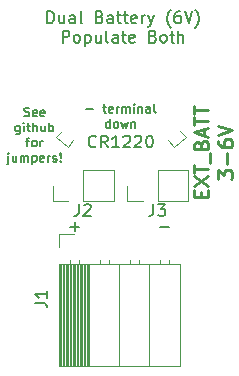
<source format=gbr>
%TF.GenerationSoftware,KiCad,Pcbnew,(5.1.6)-1*%
%TF.CreationDate,2022-09-22T09:58:55-04:00*%
%TF.ProjectId,EXT_BATT_3V-6V,4558545f-4241-4545-945f-33562d36562e,rev?*%
%TF.SameCoordinates,Original*%
%TF.FileFunction,Legend,Top*%
%TF.FilePolarity,Positive*%
%FSLAX46Y46*%
G04 Gerber Fmt 4.6, Leading zero omitted, Abs format (unit mm)*
G04 Created by KiCad (PCBNEW (5.1.6)-1) date 2022-09-22 09:58:55*
%MOMM*%
%LPD*%
G01*
G04 APERTURE LIST*
%ADD10C,0.150000*%
%ADD11C,0.250000*%
%ADD12C,0.100000*%
%ADD13C,0.120000*%
G04 APERTURE END LIST*
D10*
X152342857Y-85191071D02*
X152450000Y-85226785D01*
X152628571Y-85226785D01*
X152700000Y-85191071D01*
X152735714Y-85155357D01*
X152771428Y-85083928D01*
X152771428Y-85012500D01*
X152735714Y-84941071D01*
X152700000Y-84905357D01*
X152628571Y-84869642D01*
X152485714Y-84833928D01*
X152414285Y-84798214D01*
X152378571Y-84762500D01*
X152342857Y-84691071D01*
X152342857Y-84619642D01*
X152378571Y-84548214D01*
X152414285Y-84512500D01*
X152485714Y-84476785D01*
X152664285Y-84476785D01*
X152771428Y-84512500D01*
X153378571Y-85191071D02*
X153307142Y-85226785D01*
X153164285Y-85226785D01*
X153092857Y-85191071D01*
X153057142Y-85119642D01*
X153057142Y-84833928D01*
X153092857Y-84762500D01*
X153164285Y-84726785D01*
X153307142Y-84726785D01*
X153378571Y-84762500D01*
X153414285Y-84833928D01*
X153414285Y-84905357D01*
X153057142Y-84976785D01*
X154021428Y-85191071D02*
X153950000Y-85226785D01*
X153807142Y-85226785D01*
X153735714Y-85191071D01*
X153700000Y-85119642D01*
X153700000Y-84833928D01*
X153735714Y-84762500D01*
X153807142Y-84726785D01*
X153950000Y-84726785D01*
X154021428Y-84762500D01*
X154057142Y-84833928D01*
X154057142Y-84905357D01*
X153700000Y-84976785D01*
X151950000Y-86001785D02*
X151950000Y-86608928D01*
X151914285Y-86680357D01*
X151878571Y-86716071D01*
X151807142Y-86751785D01*
X151700000Y-86751785D01*
X151628571Y-86716071D01*
X151950000Y-86466071D02*
X151878571Y-86501785D01*
X151735714Y-86501785D01*
X151664285Y-86466071D01*
X151628571Y-86430357D01*
X151592857Y-86358928D01*
X151592857Y-86144642D01*
X151628571Y-86073214D01*
X151664285Y-86037500D01*
X151735714Y-86001785D01*
X151878571Y-86001785D01*
X151950000Y-86037500D01*
X152307142Y-86501785D02*
X152307142Y-86001785D01*
X152307142Y-85751785D02*
X152271428Y-85787500D01*
X152307142Y-85823214D01*
X152342857Y-85787500D01*
X152307142Y-85751785D01*
X152307142Y-85823214D01*
X152557142Y-86001785D02*
X152842857Y-86001785D01*
X152664285Y-85751785D02*
X152664285Y-86394642D01*
X152700000Y-86466071D01*
X152771428Y-86501785D01*
X152842857Y-86501785D01*
X153092857Y-86501785D02*
X153092857Y-85751785D01*
X153414285Y-86501785D02*
X153414285Y-86108928D01*
X153378571Y-86037500D01*
X153307142Y-86001785D01*
X153200000Y-86001785D01*
X153128571Y-86037500D01*
X153092857Y-86073214D01*
X154092857Y-86001785D02*
X154092857Y-86501785D01*
X153771428Y-86001785D02*
X153771428Y-86394642D01*
X153807142Y-86466071D01*
X153878571Y-86501785D01*
X153985714Y-86501785D01*
X154057142Y-86466071D01*
X154092857Y-86430357D01*
X154450000Y-86501785D02*
X154450000Y-85751785D01*
X154450000Y-86037500D02*
X154521428Y-86001785D01*
X154664285Y-86001785D01*
X154735714Y-86037500D01*
X154771428Y-86073214D01*
X154807142Y-86144642D01*
X154807142Y-86358928D01*
X154771428Y-86430357D01*
X154735714Y-86466071D01*
X154664285Y-86501785D01*
X154521428Y-86501785D01*
X154450000Y-86466071D01*
X152485714Y-87276785D02*
X152771428Y-87276785D01*
X152592857Y-87776785D02*
X152592857Y-87133928D01*
X152628571Y-87062500D01*
X152700000Y-87026785D01*
X152771428Y-87026785D01*
X153128571Y-87776785D02*
X153057142Y-87741071D01*
X153021428Y-87705357D01*
X152985714Y-87633928D01*
X152985714Y-87419642D01*
X153021428Y-87348214D01*
X153057142Y-87312500D01*
X153128571Y-87276785D01*
X153235714Y-87276785D01*
X153307142Y-87312500D01*
X153342857Y-87348214D01*
X153378571Y-87419642D01*
X153378571Y-87633928D01*
X153342857Y-87705357D01*
X153307142Y-87741071D01*
X153235714Y-87776785D01*
X153128571Y-87776785D01*
X153700000Y-87776785D02*
X153700000Y-87276785D01*
X153700000Y-87419642D02*
X153735714Y-87348214D01*
X153771428Y-87312500D01*
X153842857Y-87276785D01*
X153914285Y-87276785D01*
X150985714Y-88551785D02*
X150985714Y-89194642D01*
X150950000Y-89266071D01*
X150878571Y-89301785D01*
X150842857Y-89301785D01*
X150985714Y-88301785D02*
X150950000Y-88337500D01*
X150985714Y-88373214D01*
X151021428Y-88337500D01*
X150985714Y-88301785D01*
X150985714Y-88373214D01*
X151664285Y-88551785D02*
X151664285Y-89051785D01*
X151342857Y-88551785D02*
X151342857Y-88944642D01*
X151378571Y-89016071D01*
X151450000Y-89051785D01*
X151557142Y-89051785D01*
X151628571Y-89016071D01*
X151664285Y-88980357D01*
X152021428Y-89051785D02*
X152021428Y-88551785D01*
X152021428Y-88623214D02*
X152057142Y-88587500D01*
X152128571Y-88551785D01*
X152235714Y-88551785D01*
X152307142Y-88587500D01*
X152342857Y-88658928D01*
X152342857Y-89051785D01*
X152342857Y-88658928D02*
X152378571Y-88587500D01*
X152450000Y-88551785D01*
X152557142Y-88551785D01*
X152628571Y-88587500D01*
X152664285Y-88658928D01*
X152664285Y-89051785D01*
X153021428Y-88551785D02*
X153021428Y-89301785D01*
X153021428Y-88587500D02*
X153092857Y-88551785D01*
X153235714Y-88551785D01*
X153307142Y-88587500D01*
X153342857Y-88623214D01*
X153378571Y-88694642D01*
X153378571Y-88908928D01*
X153342857Y-88980357D01*
X153307142Y-89016071D01*
X153235714Y-89051785D01*
X153092857Y-89051785D01*
X153021428Y-89016071D01*
X153985714Y-89016071D02*
X153914285Y-89051785D01*
X153771428Y-89051785D01*
X153700000Y-89016071D01*
X153664285Y-88944642D01*
X153664285Y-88658928D01*
X153700000Y-88587500D01*
X153771428Y-88551785D01*
X153914285Y-88551785D01*
X153985714Y-88587500D01*
X154021428Y-88658928D01*
X154021428Y-88730357D01*
X153664285Y-88801785D01*
X154342857Y-89051785D02*
X154342857Y-88551785D01*
X154342857Y-88694642D02*
X154378571Y-88623214D01*
X154414285Y-88587500D01*
X154485714Y-88551785D01*
X154557142Y-88551785D01*
X154771428Y-89016071D02*
X154842857Y-89051785D01*
X154985714Y-89051785D01*
X155057142Y-89016071D01*
X155092857Y-88944642D01*
X155092857Y-88908928D01*
X155057142Y-88837500D01*
X154985714Y-88801785D01*
X154878571Y-88801785D01*
X154807142Y-88766071D01*
X154771428Y-88694642D01*
X154771428Y-88658928D01*
X154807142Y-88587500D01*
X154878571Y-88551785D01*
X154985714Y-88551785D01*
X155057142Y-88587500D01*
X155414285Y-88980357D02*
X155450000Y-89016071D01*
X155414285Y-89051785D01*
X155378571Y-89016071D01*
X155414285Y-88980357D01*
X155414285Y-89051785D01*
X155414285Y-88766071D02*
X155378571Y-88337500D01*
X155414285Y-88301785D01*
X155450000Y-88337500D01*
X155414285Y-88766071D01*
X155414285Y-88301785D01*
D11*
X167289285Y-92071428D02*
X167289285Y-91671428D01*
X167917857Y-91500000D02*
X167917857Y-92071428D01*
X166717857Y-92071428D01*
X166717857Y-91500000D01*
X166717857Y-91100000D02*
X167917857Y-90300000D01*
X166717857Y-90300000D02*
X167917857Y-91100000D01*
X166717857Y-90014285D02*
X166717857Y-89328571D01*
X167917857Y-89671428D02*
X166717857Y-89671428D01*
X168032142Y-89214285D02*
X168032142Y-88300000D01*
X167289285Y-87614285D02*
X167346428Y-87442857D01*
X167403571Y-87385714D01*
X167517857Y-87328571D01*
X167689285Y-87328571D01*
X167803571Y-87385714D01*
X167860714Y-87442857D01*
X167917857Y-87557142D01*
X167917857Y-88014285D01*
X166717857Y-88014285D01*
X166717857Y-87614285D01*
X166775000Y-87500000D01*
X166832142Y-87442857D01*
X166946428Y-87385714D01*
X167060714Y-87385714D01*
X167175000Y-87442857D01*
X167232142Y-87500000D01*
X167289285Y-87614285D01*
X167289285Y-88014285D01*
X167575000Y-86871428D02*
X167575000Y-86300000D01*
X167917857Y-86985714D02*
X166717857Y-86585714D01*
X167917857Y-86185714D01*
X166717857Y-85957142D02*
X166717857Y-85271428D01*
X167917857Y-85614285D02*
X166717857Y-85614285D01*
X166717857Y-85042857D02*
X166717857Y-84357142D01*
X167917857Y-84700000D02*
X166717857Y-84700000D01*
X168767857Y-90528571D02*
X168767857Y-89785714D01*
X169225000Y-90185714D01*
X169225000Y-90014285D01*
X169282142Y-89900000D01*
X169339285Y-89842857D01*
X169453571Y-89785714D01*
X169739285Y-89785714D01*
X169853571Y-89842857D01*
X169910714Y-89900000D01*
X169967857Y-90014285D01*
X169967857Y-90357142D01*
X169910714Y-90471428D01*
X169853571Y-90528571D01*
X169510714Y-89271428D02*
X169510714Y-88357142D01*
X168767857Y-87271428D02*
X168767857Y-87500000D01*
X168825000Y-87614285D01*
X168882142Y-87671428D01*
X169053571Y-87785714D01*
X169282142Y-87842857D01*
X169739285Y-87842857D01*
X169853571Y-87785714D01*
X169910714Y-87728571D01*
X169967857Y-87614285D01*
X169967857Y-87385714D01*
X169910714Y-87271428D01*
X169853571Y-87214285D01*
X169739285Y-87157142D01*
X169453571Y-87157142D01*
X169339285Y-87214285D01*
X169282142Y-87271428D01*
X169225000Y-87385714D01*
X169225000Y-87614285D01*
X169282142Y-87728571D01*
X169339285Y-87785714D01*
X169453571Y-87842857D01*
X168767857Y-86814285D02*
X169967857Y-86414285D01*
X168767857Y-86014285D01*
D10*
X158404761Y-87757142D02*
X158357142Y-87804761D01*
X158214285Y-87852380D01*
X158119047Y-87852380D01*
X157976190Y-87804761D01*
X157880952Y-87709523D01*
X157833333Y-87614285D01*
X157785714Y-87423809D01*
X157785714Y-87280952D01*
X157833333Y-87090476D01*
X157880952Y-86995238D01*
X157976190Y-86900000D01*
X158119047Y-86852380D01*
X158214285Y-86852380D01*
X158357142Y-86900000D01*
X158404761Y-86947619D01*
X159404761Y-87852380D02*
X159071428Y-87376190D01*
X158833333Y-87852380D02*
X158833333Y-86852380D01*
X159214285Y-86852380D01*
X159309523Y-86900000D01*
X159357142Y-86947619D01*
X159404761Y-87042857D01*
X159404761Y-87185714D01*
X159357142Y-87280952D01*
X159309523Y-87328571D01*
X159214285Y-87376190D01*
X158833333Y-87376190D01*
X160357142Y-87852380D02*
X159785714Y-87852380D01*
X160071428Y-87852380D02*
X160071428Y-86852380D01*
X159976190Y-86995238D01*
X159880952Y-87090476D01*
X159785714Y-87138095D01*
X160738095Y-86947619D02*
X160785714Y-86900000D01*
X160880952Y-86852380D01*
X161119047Y-86852380D01*
X161214285Y-86900000D01*
X161261904Y-86947619D01*
X161309523Y-87042857D01*
X161309523Y-87138095D01*
X161261904Y-87280952D01*
X160690476Y-87852380D01*
X161309523Y-87852380D01*
X161690476Y-86947619D02*
X161738095Y-86900000D01*
X161833333Y-86852380D01*
X162071428Y-86852380D01*
X162166666Y-86900000D01*
X162214285Y-86947619D01*
X162261904Y-87042857D01*
X162261904Y-87138095D01*
X162214285Y-87280952D01*
X161642857Y-87852380D01*
X162261904Y-87852380D01*
X162880952Y-86852380D02*
X162976190Y-86852380D01*
X163071428Y-86900000D01*
X163119047Y-86947619D01*
X163166666Y-87042857D01*
X163214285Y-87233333D01*
X163214285Y-87471428D01*
X163166666Y-87661904D01*
X163119047Y-87757142D01*
X163071428Y-87804761D01*
X162976190Y-87852380D01*
X162880952Y-87852380D01*
X162785714Y-87804761D01*
X162738095Y-87757142D01*
X162690476Y-87661904D01*
X162642857Y-87471428D01*
X162642857Y-87233333D01*
X162690476Y-87042857D01*
X162738095Y-86947619D01*
X162785714Y-86900000D01*
X162880952Y-86852380D01*
X163819047Y-94571428D02*
X164580952Y-94571428D01*
X156219047Y-94571428D02*
X156980952Y-94571428D01*
X156600000Y-94952380D02*
X156600000Y-94190476D01*
X157607142Y-84616071D02*
X158178571Y-84616071D01*
X159000000Y-84401785D02*
X159285714Y-84401785D01*
X159107142Y-84151785D02*
X159107142Y-84794642D01*
X159142857Y-84866071D01*
X159214285Y-84901785D01*
X159285714Y-84901785D01*
X159821428Y-84866071D02*
X159750000Y-84901785D01*
X159607142Y-84901785D01*
X159535714Y-84866071D01*
X159500000Y-84794642D01*
X159500000Y-84508928D01*
X159535714Y-84437500D01*
X159607142Y-84401785D01*
X159750000Y-84401785D01*
X159821428Y-84437500D01*
X159857142Y-84508928D01*
X159857142Y-84580357D01*
X159500000Y-84651785D01*
X160178571Y-84901785D02*
X160178571Y-84401785D01*
X160178571Y-84544642D02*
X160214285Y-84473214D01*
X160250000Y-84437500D01*
X160321428Y-84401785D01*
X160392857Y-84401785D01*
X160642857Y-84901785D02*
X160642857Y-84401785D01*
X160642857Y-84473214D02*
X160678571Y-84437500D01*
X160750000Y-84401785D01*
X160857142Y-84401785D01*
X160928571Y-84437500D01*
X160964285Y-84508928D01*
X160964285Y-84901785D01*
X160964285Y-84508928D02*
X161000000Y-84437500D01*
X161071428Y-84401785D01*
X161178571Y-84401785D01*
X161250000Y-84437500D01*
X161285714Y-84508928D01*
X161285714Y-84901785D01*
X161642857Y-84901785D02*
X161642857Y-84401785D01*
X161642857Y-84151785D02*
X161607142Y-84187500D01*
X161642857Y-84223214D01*
X161678571Y-84187500D01*
X161642857Y-84151785D01*
X161642857Y-84223214D01*
X162000000Y-84401785D02*
X162000000Y-84901785D01*
X162000000Y-84473214D02*
X162035714Y-84437500D01*
X162107142Y-84401785D01*
X162214285Y-84401785D01*
X162285714Y-84437500D01*
X162321428Y-84508928D01*
X162321428Y-84901785D01*
X163000000Y-84901785D02*
X163000000Y-84508928D01*
X162964285Y-84437500D01*
X162892857Y-84401785D01*
X162750000Y-84401785D01*
X162678571Y-84437500D01*
X163000000Y-84866071D02*
X162928571Y-84901785D01*
X162750000Y-84901785D01*
X162678571Y-84866071D01*
X162642857Y-84794642D01*
X162642857Y-84723214D01*
X162678571Y-84651785D01*
X162750000Y-84616071D01*
X162928571Y-84616071D01*
X163000000Y-84580357D01*
X163464285Y-84901785D02*
X163392857Y-84866071D01*
X163357142Y-84794642D01*
X163357142Y-84151785D01*
X159589285Y-86176785D02*
X159589285Y-85426785D01*
X159589285Y-86141071D02*
X159517857Y-86176785D01*
X159375000Y-86176785D01*
X159303571Y-86141071D01*
X159267857Y-86105357D01*
X159232142Y-86033928D01*
X159232142Y-85819642D01*
X159267857Y-85748214D01*
X159303571Y-85712500D01*
X159375000Y-85676785D01*
X159517857Y-85676785D01*
X159589285Y-85712500D01*
X160053571Y-86176785D02*
X159982142Y-86141071D01*
X159946428Y-86105357D01*
X159910714Y-86033928D01*
X159910714Y-85819642D01*
X159946428Y-85748214D01*
X159982142Y-85712500D01*
X160053571Y-85676785D01*
X160160714Y-85676785D01*
X160232142Y-85712500D01*
X160267857Y-85748214D01*
X160303571Y-85819642D01*
X160303571Y-86033928D01*
X160267857Y-86105357D01*
X160232142Y-86141071D01*
X160160714Y-86176785D01*
X160053571Y-86176785D01*
X160553571Y-85676785D02*
X160696428Y-86176785D01*
X160839285Y-85819642D01*
X160982142Y-86176785D01*
X161125000Y-85676785D01*
X161410714Y-85676785D02*
X161410714Y-86176785D01*
X161410714Y-85748214D02*
X161446428Y-85712500D01*
X161517857Y-85676785D01*
X161625000Y-85676785D01*
X161696428Y-85712500D01*
X161732142Y-85783928D01*
X161732142Y-86176785D01*
X154295238Y-77327380D02*
X154295238Y-76327380D01*
X154533333Y-76327380D01*
X154676190Y-76375000D01*
X154771428Y-76470238D01*
X154819047Y-76565476D01*
X154866666Y-76755952D01*
X154866666Y-76898809D01*
X154819047Y-77089285D01*
X154771428Y-77184523D01*
X154676190Y-77279761D01*
X154533333Y-77327380D01*
X154295238Y-77327380D01*
X155723809Y-76660714D02*
X155723809Y-77327380D01*
X155295238Y-76660714D02*
X155295238Y-77184523D01*
X155342857Y-77279761D01*
X155438095Y-77327380D01*
X155580952Y-77327380D01*
X155676190Y-77279761D01*
X155723809Y-77232142D01*
X156628571Y-77327380D02*
X156628571Y-76803571D01*
X156580952Y-76708333D01*
X156485714Y-76660714D01*
X156295238Y-76660714D01*
X156200000Y-76708333D01*
X156628571Y-77279761D02*
X156533333Y-77327380D01*
X156295238Y-77327380D01*
X156200000Y-77279761D01*
X156152380Y-77184523D01*
X156152380Y-77089285D01*
X156200000Y-76994047D01*
X156295238Y-76946428D01*
X156533333Y-76946428D01*
X156628571Y-76898809D01*
X157247619Y-77327380D02*
X157152380Y-77279761D01*
X157104761Y-77184523D01*
X157104761Y-76327380D01*
X158723809Y-76803571D02*
X158866666Y-76851190D01*
X158914285Y-76898809D01*
X158961904Y-76994047D01*
X158961904Y-77136904D01*
X158914285Y-77232142D01*
X158866666Y-77279761D01*
X158771428Y-77327380D01*
X158390476Y-77327380D01*
X158390476Y-76327380D01*
X158723809Y-76327380D01*
X158819047Y-76375000D01*
X158866666Y-76422619D01*
X158914285Y-76517857D01*
X158914285Y-76613095D01*
X158866666Y-76708333D01*
X158819047Y-76755952D01*
X158723809Y-76803571D01*
X158390476Y-76803571D01*
X159819047Y-77327380D02*
X159819047Y-76803571D01*
X159771428Y-76708333D01*
X159676190Y-76660714D01*
X159485714Y-76660714D01*
X159390476Y-76708333D01*
X159819047Y-77279761D02*
X159723809Y-77327380D01*
X159485714Y-77327380D01*
X159390476Y-77279761D01*
X159342857Y-77184523D01*
X159342857Y-77089285D01*
X159390476Y-76994047D01*
X159485714Y-76946428D01*
X159723809Y-76946428D01*
X159819047Y-76898809D01*
X160152380Y-76660714D02*
X160533333Y-76660714D01*
X160295238Y-76327380D02*
X160295238Y-77184523D01*
X160342857Y-77279761D01*
X160438095Y-77327380D01*
X160533333Y-77327380D01*
X160723809Y-76660714D02*
X161104761Y-76660714D01*
X160866666Y-76327380D02*
X160866666Y-77184523D01*
X160914285Y-77279761D01*
X161009523Y-77327380D01*
X161104761Y-77327380D01*
X161819047Y-77279761D02*
X161723809Y-77327380D01*
X161533333Y-77327380D01*
X161438095Y-77279761D01*
X161390476Y-77184523D01*
X161390476Y-76803571D01*
X161438095Y-76708333D01*
X161533333Y-76660714D01*
X161723809Y-76660714D01*
X161819047Y-76708333D01*
X161866666Y-76803571D01*
X161866666Y-76898809D01*
X161390476Y-76994047D01*
X162295238Y-77327380D02*
X162295238Y-76660714D01*
X162295238Y-76851190D02*
X162342857Y-76755952D01*
X162390476Y-76708333D01*
X162485714Y-76660714D01*
X162580952Y-76660714D01*
X162819047Y-76660714D02*
X163057142Y-77327380D01*
X163295238Y-76660714D02*
X163057142Y-77327380D01*
X162961904Y-77565476D01*
X162914285Y-77613095D01*
X162819047Y-77660714D01*
X164723809Y-77708333D02*
X164676190Y-77660714D01*
X164580952Y-77517857D01*
X164533333Y-77422619D01*
X164485714Y-77279761D01*
X164438095Y-77041666D01*
X164438095Y-76851190D01*
X164485714Y-76613095D01*
X164533333Y-76470238D01*
X164580952Y-76375000D01*
X164676190Y-76232142D01*
X164723809Y-76184523D01*
X165533333Y-76327380D02*
X165342857Y-76327380D01*
X165247619Y-76375000D01*
X165200000Y-76422619D01*
X165104761Y-76565476D01*
X165057142Y-76755952D01*
X165057142Y-77136904D01*
X165104761Y-77232142D01*
X165152380Y-77279761D01*
X165247619Y-77327380D01*
X165438095Y-77327380D01*
X165533333Y-77279761D01*
X165580952Y-77232142D01*
X165628571Y-77136904D01*
X165628571Y-76898809D01*
X165580952Y-76803571D01*
X165533333Y-76755952D01*
X165438095Y-76708333D01*
X165247619Y-76708333D01*
X165152380Y-76755952D01*
X165104761Y-76803571D01*
X165057142Y-76898809D01*
X165914285Y-76327380D02*
X166247619Y-77327380D01*
X166580952Y-76327380D01*
X166819047Y-77708333D02*
X166866666Y-77660714D01*
X166961904Y-77517857D01*
X167009523Y-77422619D01*
X167057142Y-77279761D01*
X167104761Y-77041666D01*
X167104761Y-76851190D01*
X167057142Y-76613095D01*
X167009523Y-76470238D01*
X166961904Y-76375000D01*
X166866666Y-76232142D01*
X166819047Y-76184523D01*
X155580952Y-78977380D02*
X155580952Y-77977380D01*
X155961904Y-77977380D01*
X156057142Y-78025000D01*
X156104761Y-78072619D01*
X156152380Y-78167857D01*
X156152380Y-78310714D01*
X156104761Y-78405952D01*
X156057142Y-78453571D01*
X155961904Y-78501190D01*
X155580952Y-78501190D01*
X156723809Y-78977380D02*
X156628571Y-78929761D01*
X156580952Y-78882142D01*
X156533333Y-78786904D01*
X156533333Y-78501190D01*
X156580952Y-78405952D01*
X156628571Y-78358333D01*
X156723809Y-78310714D01*
X156866666Y-78310714D01*
X156961904Y-78358333D01*
X157009523Y-78405952D01*
X157057142Y-78501190D01*
X157057142Y-78786904D01*
X157009523Y-78882142D01*
X156961904Y-78929761D01*
X156866666Y-78977380D01*
X156723809Y-78977380D01*
X157485714Y-78310714D02*
X157485714Y-79310714D01*
X157485714Y-78358333D02*
X157580952Y-78310714D01*
X157771428Y-78310714D01*
X157866666Y-78358333D01*
X157914285Y-78405952D01*
X157961904Y-78501190D01*
X157961904Y-78786904D01*
X157914285Y-78882142D01*
X157866666Y-78929761D01*
X157771428Y-78977380D01*
X157580952Y-78977380D01*
X157485714Y-78929761D01*
X158819047Y-78310714D02*
X158819047Y-78977380D01*
X158390476Y-78310714D02*
X158390476Y-78834523D01*
X158438095Y-78929761D01*
X158533333Y-78977380D01*
X158676190Y-78977380D01*
X158771428Y-78929761D01*
X158819047Y-78882142D01*
X159438095Y-78977380D02*
X159342857Y-78929761D01*
X159295238Y-78834523D01*
X159295238Y-77977380D01*
X160247619Y-78977380D02*
X160247619Y-78453571D01*
X160200000Y-78358333D01*
X160104761Y-78310714D01*
X159914285Y-78310714D01*
X159819047Y-78358333D01*
X160247619Y-78929761D02*
X160152380Y-78977380D01*
X159914285Y-78977380D01*
X159819047Y-78929761D01*
X159771428Y-78834523D01*
X159771428Y-78739285D01*
X159819047Y-78644047D01*
X159914285Y-78596428D01*
X160152380Y-78596428D01*
X160247619Y-78548809D01*
X160580952Y-78310714D02*
X160961904Y-78310714D01*
X160723809Y-77977380D02*
X160723809Y-78834523D01*
X160771428Y-78929761D01*
X160866666Y-78977380D01*
X160961904Y-78977380D01*
X161676190Y-78929761D02*
X161580952Y-78977380D01*
X161390476Y-78977380D01*
X161295238Y-78929761D01*
X161247619Y-78834523D01*
X161247619Y-78453571D01*
X161295238Y-78358333D01*
X161390476Y-78310714D01*
X161580952Y-78310714D01*
X161676190Y-78358333D01*
X161723809Y-78453571D01*
X161723809Y-78548809D01*
X161247619Y-78644047D01*
X163247619Y-78453571D02*
X163390476Y-78501190D01*
X163438095Y-78548809D01*
X163485714Y-78644047D01*
X163485714Y-78786904D01*
X163438095Y-78882142D01*
X163390476Y-78929761D01*
X163295238Y-78977380D01*
X162914285Y-78977380D01*
X162914285Y-77977380D01*
X163247619Y-77977380D01*
X163342857Y-78025000D01*
X163390476Y-78072619D01*
X163438095Y-78167857D01*
X163438095Y-78263095D01*
X163390476Y-78358333D01*
X163342857Y-78405952D01*
X163247619Y-78453571D01*
X162914285Y-78453571D01*
X164057142Y-78977380D02*
X163961904Y-78929761D01*
X163914285Y-78882142D01*
X163866666Y-78786904D01*
X163866666Y-78501190D01*
X163914285Y-78405952D01*
X163961904Y-78358333D01*
X164057142Y-78310714D01*
X164200000Y-78310714D01*
X164295238Y-78358333D01*
X164342857Y-78405952D01*
X164390476Y-78501190D01*
X164390476Y-78786904D01*
X164342857Y-78882142D01*
X164295238Y-78929761D01*
X164200000Y-78977380D01*
X164057142Y-78977380D01*
X164676190Y-78310714D02*
X165057142Y-78310714D01*
X164819047Y-77977380D02*
X164819047Y-78834523D01*
X164866666Y-78929761D01*
X164961904Y-78977380D01*
X165057142Y-78977380D01*
X165390476Y-78977380D02*
X165390476Y-77977380D01*
X165819047Y-78977380D02*
X165819047Y-78453571D01*
X165771428Y-78358333D01*
X165676190Y-78310714D01*
X165533333Y-78310714D01*
X165438095Y-78358333D01*
X165390476Y-78405952D01*
D12*
%TO.C,H2*%
X155000000Y-87000000D02*
X155500000Y-86450000D01*
X156000000Y-87800000D02*
X155000000Y-87000000D01*
X156500000Y-87250000D02*
X156000000Y-87800000D01*
X165000000Y-87800000D02*
X164500000Y-87250000D01*
X166000000Y-87000000D02*
X165000000Y-87800000D01*
X165500000Y-86450000D02*
X166000000Y-87000000D01*
D13*
%TO.C,J1*%
X155370000Y-106390000D02*
X155370000Y-97760000D01*
X155488095Y-106390000D02*
X155488095Y-97760000D01*
X155606190Y-106390000D02*
X155606190Y-97760000D01*
X155724285Y-106390000D02*
X155724285Y-97760000D01*
X155842380Y-106390000D02*
X155842380Y-97760000D01*
X155960475Y-106390000D02*
X155960475Y-97760000D01*
X156078570Y-106390000D02*
X156078570Y-97760000D01*
X156196665Y-106390000D02*
X156196665Y-97760000D01*
X156314760Y-106390000D02*
X156314760Y-97760000D01*
X156432855Y-106390000D02*
X156432855Y-97760000D01*
X156550950Y-106390000D02*
X156550950Y-97760000D01*
X156669045Y-106390000D02*
X156669045Y-97760000D01*
X156787140Y-106390000D02*
X156787140Y-97760000D01*
X156905235Y-106390000D02*
X156905235Y-97760000D01*
X157023330Y-106390000D02*
X157023330Y-97760000D01*
X157141425Y-106390000D02*
X157141425Y-97760000D01*
X157259520Y-106390000D02*
X157259520Y-97760000D01*
X157377615Y-106390000D02*
X157377615Y-97760000D01*
X157495710Y-106390000D02*
X157495710Y-97760000D01*
X157613805Y-106390000D02*
X157613805Y-97760000D01*
X157731900Y-106390000D02*
X157731900Y-97760000D01*
X156220000Y-97760000D02*
X156220000Y-97410000D01*
X156940000Y-97760000D02*
X156940000Y-97410000D01*
X158760000Y-97760000D02*
X158760000Y-97350000D01*
X159480000Y-97760000D02*
X159480000Y-97350000D01*
X161300000Y-97760000D02*
X161300000Y-97350000D01*
X162020000Y-97760000D02*
X162020000Y-97350000D01*
X163840000Y-97760000D02*
X163840000Y-97350000D01*
X164560000Y-97760000D02*
X164560000Y-97350000D01*
X157850000Y-106390000D02*
X157850000Y-97760000D01*
X160390000Y-106390000D02*
X160390000Y-97760000D01*
X162930000Y-106390000D02*
X162930000Y-97760000D01*
X155250000Y-106390000D02*
X155250000Y-97760000D01*
X155250000Y-97760000D02*
X165530000Y-97760000D01*
X165530000Y-106390000D02*
X165530000Y-97760000D01*
X155250000Y-106390000D02*
X165530000Y-106390000D01*
X155250000Y-95190000D02*
X156580000Y-95190000D01*
X155250000Y-96300000D02*
X155250000Y-95190000D01*
%TO.C,J2*%
X154730000Y-92430000D02*
X154730000Y-91100000D01*
X156060000Y-92430000D02*
X154730000Y-92430000D01*
X157330000Y-92430000D02*
X157330000Y-89770000D01*
X157330000Y-89770000D02*
X159930000Y-89770000D01*
X157330000Y-92430000D02*
X159930000Y-92430000D01*
X159930000Y-92430000D02*
X159930000Y-89770000D01*
%TO.C,J3*%
X166230000Y-92430000D02*
X166230000Y-89770000D01*
X163630000Y-92430000D02*
X166230000Y-92430000D01*
X163630000Y-89770000D02*
X166230000Y-89770000D01*
X163630000Y-92430000D02*
X163630000Y-89770000D01*
X162360000Y-92430000D02*
X161030000Y-92430000D01*
X161030000Y-92430000D02*
X161030000Y-91100000D01*
%TO.C,J1*%
D10*
X153262380Y-101013333D02*
X153976666Y-101013333D01*
X154119523Y-101060952D01*
X154214761Y-101156190D01*
X154262380Y-101299047D01*
X154262380Y-101394285D01*
X154262380Y-100013333D02*
X154262380Y-100584761D01*
X154262380Y-100299047D02*
X153262380Y-100299047D01*
X153405238Y-100394285D01*
X153500476Y-100489523D01*
X153548095Y-100584761D01*
%TO.C,J2*%
X156966666Y-92652380D02*
X156966666Y-93366666D01*
X156919047Y-93509523D01*
X156823809Y-93604761D01*
X156680952Y-93652380D01*
X156585714Y-93652380D01*
X157395238Y-92747619D02*
X157442857Y-92700000D01*
X157538095Y-92652380D01*
X157776190Y-92652380D01*
X157871428Y-92700000D01*
X157919047Y-92747619D01*
X157966666Y-92842857D01*
X157966666Y-92938095D01*
X157919047Y-93080952D01*
X157347619Y-93652380D01*
X157966666Y-93652380D01*
%TO.C,J3*%
X163266666Y-92652380D02*
X163266666Y-93366666D01*
X163219047Y-93509523D01*
X163123809Y-93604761D01*
X162980952Y-93652380D01*
X162885714Y-93652380D01*
X163647619Y-92652380D02*
X164266666Y-92652380D01*
X163933333Y-93033333D01*
X164076190Y-93033333D01*
X164171428Y-93080952D01*
X164219047Y-93128571D01*
X164266666Y-93223809D01*
X164266666Y-93461904D01*
X164219047Y-93557142D01*
X164171428Y-93604761D01*
X164076190Y-93652380D01*
X163790476Y-93652380D01*
X163695238Y-93604761D01*
X163647619Y-93557142D01*
%TD*%
M02*

</source>
